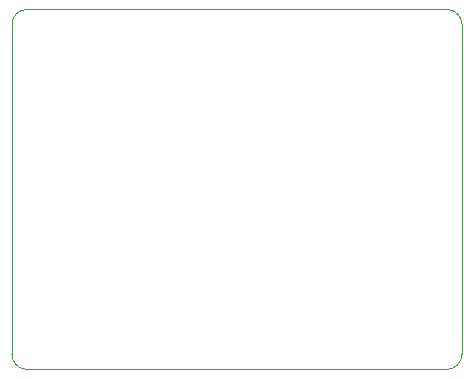
<source format=gbr>
%TF.GenerationSoftware,KiCad,Pcbnew,(6.0.2)*%
%TF.CreationDate,2022-05-23T22:39:05-07:00*%
%TF.ProjectId,Compaq_Portable_III_Battery,436f6d70-6171-45f5-906f-727461626c65,rev?*%
%TF.SameCoordinates,Original*%
%TF.FileFunction,Profile,NP*%
%FSLAX46Y46*%
G04 Gerber Fmt 4.6, Leading zero omitted, Abs format (unit mm)*
G04 Created by KiCad (PCBNEW (6.0.2)) date 2022-05-23 22:39:05*
%MOMM*%
%LPD*%
G01*
G04 APERTURE LIST*
%TA.AperFunction,Profile*%
%ADD10C,0.100000*%
%TD*%
G04 APERTURE END LIST*
D10*
X101600000Y-105410000D02*
X101600000Y-77470000D01*
X101600000Y-105410000D02*
G75*
G03*
X102870000Y-106680000I1269999J-1D01*
G01*
X102870000Y-76200000D02*
X138430000Y-76200000D01*
X138430000Y-106680000D02*
G75*
G03*
X139700000Y-105410000I1J1269999D01*
G01*
X138430000Y-106680000D02*
X102870000Y-106680000D01*
X102870000Y-76200000D02*
G75*
G03*
X101600000Y-77470000I-1J-1269999D01*
G01*
X139700000Y-77470000D02*
G75*
G03*
X138430000Y-76200000I-1269999J1D01*
G01*
X139700000Y-77470000D02*
X139700000Y-105410000D01*
M02*

</source>
